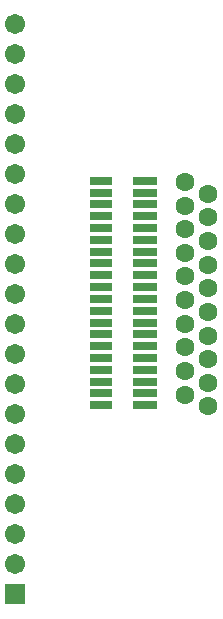
<source format=gts>
G04*
G04 #@! TF.GenerationSoftware,Altium Limited,Altium Designer,20.1.7 (139)*
G04*
G04 Layer_Color=8388736*
%FSLAX25Y25*%
%MOIN*%
G70*
G04*
G04 #@! TF.SameCoordinates,17503974-A5A2-4C32-8372-7ECB8DF3FFA4*
G04*
G04*
G04 #@! TF.FilePolarity,Negative*
G04*
G01*
G75*
%ADD14R,0.07296X0.03162*%
%ADD15R,0.08083X0.03162*%
%ADD16R,0.06706X0.06706*%
%ADD17C,0.06706*%
%ADD18C,0.06312*%
D14*
X0Y74803D02*
D03*
Y70866D02*
D03*
Y66929D02*
D03*
Y62992D02*
D03*
Y59055D02*
D03*
Y55118D02*
D03*
Y51181D02*
D03*
Y47244D02*
D03*
Y43307D02*
D03*
Y39370D02*
D03*
Y35433D02*
D03*
Y31496D02*
D03*
Y27559D02*
D03*
Y23622D02*
D03*
Y19685D02*
D03*
Y15748D02*
D03*
Y11811D02*
D03*
Y7874D02*
D03*
Y3937D02*
D03*
Y0D02*
D03*
D15*
X14764Y74803D02*
D03*
Y70866D02*
D03*
Y66929D02*
D03*
Y62992D02*
D03*
Y59055D02*
D03*
Y55118D02*
D03*
Y51181D02*
D03*
Y47244D02*
D03*
Y43307D02*
D03*
Y39370D02*
D03*
Y35433D02*
D03*
Y31496D02*
D03*
Y27559D02*
D03*
Y23622D02*
D03*
Y19685D02*
D03*
Y15748D02*
D03*
Y11811D02*
D03*
Y7874D02*
D03*
Y3937D02*
D03*
Y0D02*
D03*
D16*
X-28543Y-62992D02*
D03*
D17*
Y-52992D02*
D03*
Y-42992D02*
D03*
Y-32992D02*
D03*
Y-22992D02*
D03*
Y-12992D02*
D03*
Y-2992D02*
D03*
Y7008D02*
D03*
Y17008D02*
D03*
Y27008D02*
D03*
Y37008D02*
D03*
Y47008D02*
D03*
Y57008D02*
D03*
Y67008D02*
D03*
Y77008D02*
D03*
Y87008D02*
D03*
Y97008D02*
D03*
Y107008D02*
D03*
Y117008D02*
D03*
Y127008D02*
D03*
D18*
X27835Y74410D02*
D03*
X35709Y70473D02*
D03*
X27835Y66535D02*
D03*
X35709Y62598D02*
D03*
X27835Y58661D02*
D03*
X35709Y54724D02*
D03*
X27835Y50787D02*
D03*
X35709Y46850D02*
D03*
X27835Y42913D02*
D03*
X35709Y38976D02*
D03*
X27835Y35039D02*
D03*
X35709Y31102D02*
D03*
X27835Y27165D02*
D03*
X35709Y23228D02*
D03*
X27835Y19291D02*
D03*
X35709Y15354D02*
D03*
X27835Y11417D02*
D03*
X35709Y7480D02*
D03*
X27835Y3543D02*
D03*
X35709Y-394D02*
D03*
M02*

</source>
